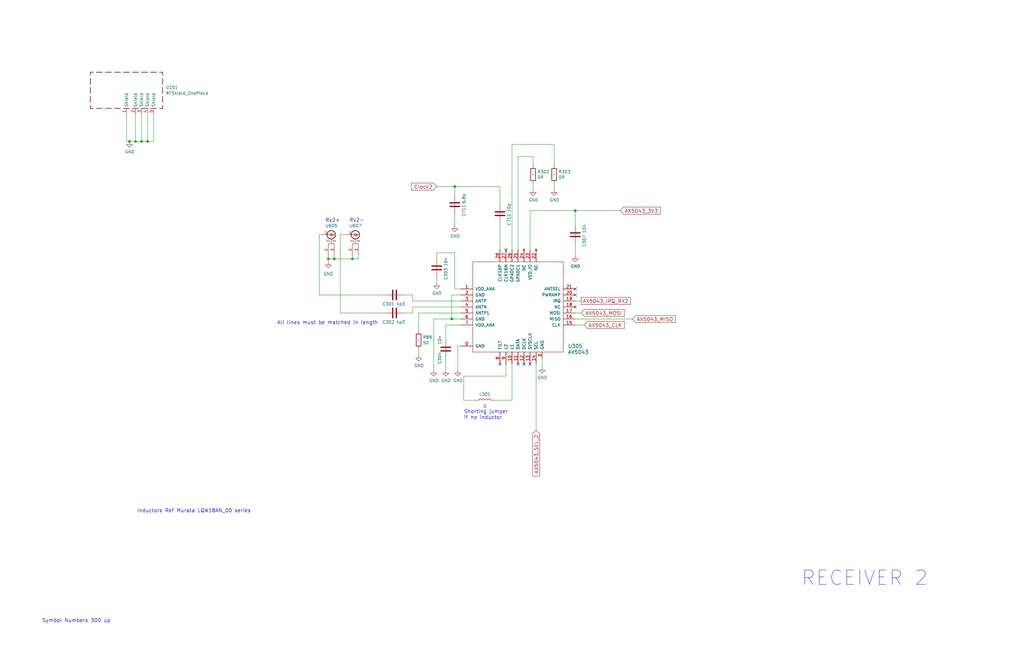
<source format=kicad_sch>
(kicad_sch (version 20230121) (generator eeschema)
  (paper "USLedger")
  (title_block (title "Radiation Tolerant PacSat Communication") (date "2023-06-17") (rev "A") (company "AMSAT-NA") (comment 1 "N5BRG"))
  (lib_symbols
    (symbol "Device:C" (pin_numbers hide) (pin_names (offset 0.254))
      (property "Reference" "C" (at 0.635 2.54 0))
      (property "Value" "C" (at 0.635 -2.54 0))
      (symbol "C_0_1"
        (polyline (pts (xy -2.032 -0.762) (xy 2.032 -0.762)) (stroke (width 0.508)))
        (polyline (pts (xy -2.032 0.762) (xy 2.032 0.762)) (stroke (width 0.508)))
      )
      (symbol "C_1_1"
        (pin passive line (at 0 3.81 270) (length 2.794) (name "~") (number "1"))
        (pin passive line (at 0 -3.81 90) (length 2.794) (name "~") (number "2"))
      )
    )
    (symbol "Device:L" (pin_numbers hide) (pin_names (offset 1.016) hide)
      (property "Reference" "L" (at -1.27 0 90))
      (property "Value" "L" (at 1.905 0 90))
      (symbol "L_0_1"
        (arc (start 0 -2.54) (mid 0.6323 -1.905) (end 0 -1.27))
        (arc (start 0 -1.27) (mid 0.6323 -0.635) (end 0 0))
        (arc (start 0 0) (mid 0.6323 0.635) (end 0 1.27))
        (arc (start 0 1.27) (mid 0.6323 1.905) (end 0 2.54))
      )
      (symbol "L_1_1"
        (pin passive line (at 0 3.81 270) (length 1.27) (name "1") (number "1"))
        (pin passive line (at 0 -3.81 90) (length 1.27) (name "2") (number "2"))
      )
    )
    (symbol "Device:R" (pin_numbers hide) (pin_names (offset 0))
      (property "Reference" "R" (at 2.032 0 90))
      (property "Value" "R" (at 0 0 90))
      (symbol "R_0_1"
        (rectangle (start -1.016 -2.54) (end 1.016 2.54) (stroke (width 0.254)))
      )
      (symbol "R_1_1"
        (pin passive line (at 0 3.81 270) (length 1.27) (name "~") (number "1"))
        (pin passive line (at 0 -3.81 90) (length 1.27) (name "~") (number "2"))
      )
    )
    (symbol "PACSAT_DEV_misc:AX5043" (pin_names (offset 1.016))
      (property "Reference" "U156" (at 16.51 -21.59 0))
      (property "Value" "AX5043" (at -5.08 0 0))
      (symbol "AX5043_0_1"
        (rectangle (start -19.05 19.05) (end 19.05 -19.05))
      )
      (symbol "AX5043_1_1"
        (pin passive line (at -24.13 -16.51 0) (length 5.08) (name "GND") (number "0"))
        (pin power_in line (at 10.16 -21.59 90) (length 2.54) (name "GND") (number "0"))
        (pin passive line (at -24.13 7.62 0) (length 5.08) (name "VDD_ANA") (number "1"))
        (pin passive line (at -2.54 -24.13 90) (length 5.08) (name "L1") (number "10"))
        (pin input line (at 0 -24.13 90) (length 5.08) (name "DATA") (number "11"))
        (pin input line (at 2.54 -24.13 90) (length 5.08) (name "DCLK") (number "12"))
        (pin output line (at 5.08 -24.13 90) (length 5.08) (name "SYSCLK") (number "13"))
        (pin input line (at 7.62 -24.13 90) (length 5.08) (name "SEL") (number "14"))
        (pin input line (at 24.13 -7.62 180) (length 5.08) (name "CLK") (number "15"))
        (pin tri_state line (at 24.13 -5.08 180) (length 5.08) (name "MISO") (number "16"))
        (pin input line (at 24.13 -2.54 180) (length 5.08) (name "MOSI") (number "17"))
        (pin no_connect line (at 24.13 0 180) (length 5.08) (name "NC") (number "18"))
        (pin output line (at 24.13 2.54 180) (length 5.08) (name "IRQ") (number "19"))
        (pin input line (at -24.13 5.08 0) (length 5.08) (name "GND") (number "2"))
        (pin output line (at 24.13 5.08 180) (length 5.08) (name "PWRAMP") (number "20"))
        (pin output line (at 24.13 7.62 180) (length 5.08) (name "ANTSEL") (number "21"))
        (pin no_connect line (at 7.62 24.13 270) (length 5.08) (name "NC") (number "22"))
        (pin passive line (at 5.08 24.13 270) (length 5.08) (name "VDD_IO") (number "23"))
        (pin no_connect line (at 2.54 24.13 270) (length 5.08) (name "NC") (number "24"))
        (pin input line (at 0 24.13 270) (length 5.08) (name "GPADC1") (number "25"))
        (pin input line (at -2.54 24.13 270) (length 5.08) (name "GPADC2") (number "26"))
        (pin passive line (at -5.08 24.13 270) (length 5.08) (name "CLK16N") (number "27"))
        (pin passive line (at -7.62 24.13 270) (length 5.08) (name "CLK16P") (number "28"))
        (pin bidirectional line (at -24.13 2.54 0) (length 5.08) (name "ANTP") (number "3"))
        (pin bidirectional line (at -24.13 0 0) (length 5.08) (name "ANTN") (number "4"))
        (pin output line (at -24.13 -2.54 0) (length 5.08) (name "ANTP1") (number "5"))
        (pin input line (at -24.13 -5.08 0) (length 5.08) (name "GND") (number "6"))
        (pin passive line (at -24.13 -7.62 0) (length 5.08) (name "VDD_ANA") (number "7"))
        (pin passive line (at -7.62 -24.13 90) (length 5.08) (name "FILT") (number "8"))
        (pin passive line (at -5.08 -24.13 90) (length 5.08) (name "L2") (number "9"))
      )
    )
    (symbol "PACSAT_DEV_misc:RF_SHIELD_BOX"
      (property "Reference" "U" (at -15.24 8.89 0))
      (symbol "RF_SHIELD_BOX_0_1"
        (polyline (pts (xy -16.51 -5.08) (xy -16.51 -2.54)) (stroke (width 0.254)))
        (polyline (pts (xy -16.51 -1.27) (xy -16.51 1.27)) (stroke (width 0.254)))
        (polyline (pts (xy -16.51 2.54) (xy -16.51 5.08)) (stroke (width 0.254)))
        (polyline (pts (xy -13.97 7.62) (xy -11.43 7.62)) (stroke (width 0.254)))
        (polyline (pts (xy -11.43 -7.62) (xy -13.97 -7.62)) (stroke (width 0.254)))
        (polyline (pts (xy -7.62 -7.62) (xy -10.16 -7.62)) (stroke (width 0.254)))
        (polyline (pts (xy -7.62 7.62) (xy -10.16 7.62)) (stroke (width 0.254)))
        (polyline (pts (xy -3.81 -7.62) (xy -6.35 -7.62)) (stroke (width 0.254)))
        (polyline (pts (xy -3.81 7.62) (xy -6.35 7.62)) (stroke (width 0.254)))
        (polyline (pts (xy -2.54 -7.62) (xy 0 -7.62)) (stroke (width 0.254)))
        (polyline (pts (xy 0 7.62) (xy -2.54 7.62)) (stroke (width 0.254)))
        (polyline (pts (xy 1.27 -7.62) (xy 3.81 -7.62)) (stroke (width 0.254)))
        (polyline (pts (xy 3.81 7.62) (xy 1.27 7.62)) (stroke (width 0.254)))
        (polyline (pts (xy 5.08 -7.62) (xy 7.62 -7.62)) (stroke (width 0.254)))
        (polyline (pts (xy 7.62 7.62) (xy 5.08 7.62)) (stroke (width 0.254)))
        (polyline (pts (xy 8.89 -7.62) (xy 11.43 -7.62)) (stroke (width 0.254)))
        (polyline (pts (xy 11.43 7.62) (xy 8.89 7.62)) (stroke (width 0.254)))
        (polyline (pts (xy 13.97 -5.08) (xy 13.97 -2.54)) (stroke (width 0.254)))
        (polyline (pts (xy 13.97 -1.27) (xy 13.97 1.27)) (stroke (width 0.254)))
        (polyline (pts (xy 13.97 2.54) (xy 13.97 5.08)) (stroke (width 0.254)))
        (polyline (pts (xy -16.51 6.35) (xy -16.51 7.62) (xy -15.24 7.62)) (stroke (width 0.254)))
        (polyline (pts (xy -15.24 -7.62) (xy -16.51 -7.62) (xy -16.51 -6.35)) (stroke (width 0.254)))
        (polyline (pts (xy 12.7 -7.62) (xy 13.97 -7.62) (xy 13.97 -6.35)) (stroke (width 0.254)))
        (polyline (pts (xy 13.97 6.35) (xy 13.97 7.62) (xy 12.7 7.62)) (stroke (width 0.254)))
      )
      (symbol "RF_SHIELD_BOX_1_1"
        (pin power_in line (at -1.27 -10.16 90) (length 2.54) (name "Shield") (number "1"))
        (pin power_in line (at 2.54 -10.16 90) (length 2.54) (name "Shield") (number "2"))
        (pin power_in line (at 5.08 -10.16 90) (length 2.54) (name "Shield") (number "3"))
        (pin power_in line (at 7.62 -10.16 90) (length 2.54) (name "Shield") (number "4"))
        (pin power_in line (at 10.16 -10.16 90) (length 2.54) (name "Shield") (number "5"))
      )
    )
    (symbol "PACSAT_DEV_misc:U_FL"
      (property "Reference" "U" (at -3.81 2.54 0))
      (symbol "U_FL_0_1"
        (polyline (pts (xy -1.27 -3.81) (xy 1.27 -3.81)))
        (polyline (pts (xy 0 -3.81) (xy 0 -1.778)))
        (circle (center 0 0) (radius 0.508) (stroke (width 0.2032)))
        (circle (center 0 0) (radius 1.778) (stroke (width 0.3048)))
      )
      (symbol "U_FL_1_1"
        (pin bidirectional line (at -3.81 0 0) (length 3.302) (name "In") (number "1"))
        (pin power_in line (at -1.27 -8.89 90) (length 5.08) (name "2") (number "2"))
        (pin power_in line (at 1.27 -8.89 90) (length 5.08) (name "3") (number "3"))
      )
    )
    (symbol "power:GND" (power) (pin_names (offset 0))
      (property "Value" "GND" (at 0 -3.81 0))
      (symbol "GND_0_1"
        (polyline (pts (xy 0 0) (xy 0 -1.27) (xy 1.27 -1.27) (xy 0 -2.54) (xy -1.27 -1.27) (xy 0 -1.27)))
      )
      (symbol "GND_1_1"
        (pin power_in line (at 0 0 270) (length 0) hide (name "GND") (number "1"))
      )
    )
  )
  (junction (at 140.97 109.22))
  (junction (at 57.15 59.69))
  (junction (at 190.5 134.62))
  (junction (at 148.59 109.22))
  (junction (at 138.43 109.22))
  (junction (at 59.69 59.69))
  (junction (at 62.23 59.69))
  (junction (at 191.77 78.74))
  (junction (at 54.61 59.69))
  (junction (at 242.57 88.9))
  (no_connect (at 220.98 153.67))
  (no_connect (at 210.82 153.67))
  (no_connect (at 213.36 105.41))
  (no_connect (at 242.57 121.92))
  (no_connect (at 223.52 153.67))
  (no_connect (at 218.44 153.67))
  (no_connect (at 242.57 124.46))
  (wire (pts (xy 218.44 66.04) (xy 224.79 66.04)))
  (wire (pts (xy 191.77 106.68) (xy 184.15 106.68)))
  (wire (pts (xy 190.5 134.62) (xy 194.31 134.62)))
  (wire (pts (xy 143.51 132.08) (xy 162.56 132.08)))
  (wire (pts (xy 242.57 88.9) (xy 261.62 88.9)))
  (wire (pts (xy 176.53 132.08) (xy 194.31 132.08)))
  (wire (pts (xy 233.68 60.96) (xy 233.68 69.85)))
  (wire (pts (xy 53.34 48.26) (xy 53.34 59.69)))
  (wire (pts (xy 191.77 78.74) (xy 191.77 82.55)))
  (wire (pts (xy 208.28 168.91) (xy 215.9 168.91)))
  (wire (pts (xy 138.43 109.22) (xy 140.97 109.22)))
  (wire (pts (xy 140.97 109.22) (xy 148.59 109.22)))
  (wire (pts (xy 191.77 121.92) (xy 191.77 106.68)))
  (wire (pts (xy 210.82 78.74) (xy 191.77 78.74)))
  (wire (pts (xy 140.97 107.95) (xy 140.97 109.22)))
  (wire (pts (xy 59.69 59.69) (xy 62.23 59.69)))
  (wire (pts (xy 213.36 158.75) (xy 195.58 158.75)))
  (wire (pts (xy 184.15 106.68) (xy 184.15 109.22)))
  (wire (pts (xy 242.57 95.25) (xy 242.57 88.9)))
  (wire (pts (xy 184.15 116.84) (xy 184.15 119.38)))
  (wire (pts (xy 173.99 132.08) (xy 173.99 129.54)))
  (wire (pts (xy 143.51 99.06) (xy 143.51 132.08)))
  (wire (pts (xy 57.15 59.69) (xy 59.69 59.69)))
  (wire (pts (xy 57.15 48.26) (xy 57.15 59.69)))
  (wire (pts (xy 218.44 66.04) (xy 218.44 105.41)))
  (wire (pts (xy 138.43 109.22) (xy 138.43 110.49)))
  (wire (pts (xy 182.88 134.62) (xy 190.5 134.62)))
  (wire (pts (xy 215.9 153.67) (xy 215.9 168.91)))
  (wire (pts (xy 62.23 59.69) (xy 64.77 59.69)))
  (wire (pts (xy 193.04 146.05) (xy 193.04 156.21)))
  (wire (pts (xy 195.58 158.75) (xy 195.58 168.91)))
  (wire (pts (xy 194.31 124.46) (xy 190.5 124.46)))
  (wire (pts (xy 223.52 88.9) (xy 242.57 88.9)))
  (wire (pts (xy 233.68 77.47) (xy 233.68 80.01)))
  (wire (pts (xy 242.57 127) (xy 245.11 127)))
  (wire (pts (xy 135.89 99.06) (xy 134.62 99.06)))
  (wire (pts (xy 242.57 132.08) (xy 245.11 132.08)))
  (wire (pts (xy 226.06 153.67) (xy 226.06 181.61)))
  (wire (pts (xy 224.79 77.47) (xy 224.79 80.01)))
  (wire (pts (xy 173.99 127) (xy 194.31 127)))
  (wire (pts (xy 210.82 78.74) (xy 210.82 86.36)))
  (wire (pts (xy 134.62 99.06) (xy 134.62 124.46)))
  (wire (pts (xy 242.57 102.87) (xy 242.57 107.95)))
  (wire (pts (xy 54.61 59.69) (xy 57.15 59.69)))
  (wire (pts (xy 187.96 137.16) (xy 187.96 143.51)))
  (wire (pts (xy 148.59 107.95) (xy 148.59 109.22)))
  (wire (pts (xy 194.31 146.05) (xy 193.04 146.05)))
  (wire (pts (xy 215.9 60.96) (xy 233.68 60.96)))
  (wire (pts (xy 223.52 105.41) (xy 223.52 88.9)))
  (wire (pts (xy 62.23 48.26) (xy 62.23 59.69)))
  (wire (pts (xy 194.31 121.92) (xy 191.77 121.92)))
  (wire (pts (xy 138.43 107.95) (xy 138.43 109.22)))
  (wire (pts (xy 170.18 132.08) (xy 173.99 132.08)))
  (wire (pts (xy 170.18 124.46) (xy 173.99 124.46)))
  (wire (pts (xy 146.05 99.06) (xy 143.51 99.06)))
  (wire (pts (xy 182.88 156.21) (xy 182.88 134.62)))
  (wire (pts (xy 195.58 168.91) (xy 200.66 168.91)))
  (wire (pts (xy 173.99 124.46) (xy 173.99 127)))
  (wire (pts (xy 148.59 109.22) (xy 151.13 109.22)))
  (wire (pts (xy 134.62 124.46) (xy 162.56 124.46)))
  (wire (pts (xy 242.57 137.16) (xy 246.38 137.16)))
  (wire (pts (xy 242.57 134.62) (xy 266.7 134.62)))
  (wire (pts (xy 151.13 107.95) (xy 151.13 109.22)))
  (wire (pts (xy 228.6 151.13) (xy 228.6 154.94)))
  (wire (pts (xy 59.69 48.26) (xy 59.69 59.69)))
  (wire (pts (xy 215.9 60.96) (xy 215.9 105.41)))
  (wire (pts (xy 210.82 93.98) (xy 210.82 105.41)))
  (wire (pts (xy 176.53 132.08) (xy 176.53 139.7)))
  (wire (pts (xy 64.77 48.26) (xy 64.77 59.69)))
  (wire (pts (xy 173.99 129.54) (xy 194.31 129.54)))
  (wire (pts (xy 194.31 137.16) (xy 187.96 137.16)))
  (wire (pts (xy 53.34 59.69) (xy 54.61 59.69)))
  (wire (pts (xy 187.96 151.13) (xy 187.96 156.21)))
  (wire (pts (xy 190.5 124.46) (xy 190.5 134.62)))
  (wire (pts (xy 191.77 90.17) (xy 191.77 95.25)))
  (wire (pts (xy 184.15 78.74) (xy 191.77 78.74)))
  (wire (pts (xy 213.36 153.67) (xy 213.36 158.75)))
  (wire (pts (xy 224.79 66.04) (xy 224.79 69.85)))
  (wire (pts (xy 176.53 147.32) (xy 176.53 149.86)))
  (text "Inductors Ref Murata LQW18AN_00 series" (at 57.785 216.535 0) (effects (font (size 1.524 1.524)) (justify left bottom)))
  (text "Rx2-" (at 147.32 93.98 0) (effects (font (size 1.524 1.524)) (justify left bottom)))
  (text "All lines must be matched in length" (at 116.84 137.16 0) (effects (font (size 1.524 1.524)) (justify left bottom)))
  (text "Rx2+" (at 137.16 93.98 0) (effects (font (size 1.524 1.524)) (justify left bottom)))
  (text "Symbol Numbers 300 up" (at 17.78 262.89 0) (effects (font (size 1.524 1.524)) (justify left bottom)))
  (text "Shorting jumper\nif no inductor" (at 195.58 177.165 0) (effects (font (size 1.524 1.524)) (justify left bottom)))
  (text "RECEIVER 2" (at 337.82 247.65 0) (effects (font (size 6.096 6.096)) (justify left bottom)))
  (global_label "AX5043_MISO" (shape input) (at 266.7 134.62 0) (effects (font (size 1.524 1.524))) (property "Intersheetrefs" "${INTERSHEET_REFS}" (effects hide)))
  (global_label "Clock2" (shape input) (at 184.15 78.74 180) (effects (font (size 1.524 1.524))) (property "Intersheetrefs" "${INTERSHEET_REFS}" (effects hide)))
  (global_label "AX5043_SEL_2" (shape input) (at 226.06 181.61 270) (effects (font (size 1.524 1.524))) (property "Intersheetrefs" "${INTERSHEET_REFS}" (effects hide)))
  (global_label "AX5043_3V3" (shape input) (at 261.62 88.9 0) (effects (font (size 1.524 1.524))) (property "Intersheetrefs" "${INTERSHEET_REFS}" (effects hide)))
  (global_label "AX5043_IRQ_RX2" (shape passive) (at 245.11 127 0) (effects (font (size 1.524 1.524))) (property "Intersheetrefs" "${INTERSHEET_REFS}" (effects hide)))
  (global_label "AX5043_CLK" (shape input) (at 246.38 137.16 0) (effects (font (size 1.524 1.524))) (property "Intersheetrefs" "${INTERSHEET_REFS}" (effects hide)))
  (global_label "AX5043_MOSI" (shape input) (at 245.11 132.08 0) (effects (font (size 1.524 1.524))) (property "Intersheetrefs" "${INTERSHEET_REFS}" (effects hide)))
  (symbol (lib_id "Device:C") (at 210.82 90.17 0) (unit 1)
    (property "Reference" "C712" (at 214.63 92.71 90))
    (property "Value" "10p" (at 214.63 87.63 90))
    (property "Footprint" "Capacitor_SMD:C_0603_1608Metric_Pad1.08x0.95mm_HandSolder" (effects hide))
    (property "Datasheet" "~" (at 210.82 90.17 0))
    (instances (project "PacSat_Dev_RevC_230824" (path "" (reference "C712") (unit 1)) (path "" (reference "C306") (unit 1))))
  )
  (symbol (lib_id "power:GND") (at 228.6 154.94 0) (unit 1)
    (property "Reference" "#PWR0191" (effects hide))
    (property "Value" "GND" (at 228.727 159.3342 0))
    (instances (project "PacSat_Dev_RevC_230824" (path "" (reference "#PWR0191") (unit 1)) (path "" (reference "#PWR0310") (unit 1))))
  )
  (symbol (lib_id "Device:R") (at 233.68 73.66 0) (unit 1)
    (property "Reference" "R303" (at 235.458 72.4916 0) (effects (justify left)))
    (property "Value" "0R" (at 235.458 74.803 0) (effects (justify left)))
    (property "Footprint" "Resistor_SMD:R_0603_1608Metric_Pad0.98x0.95mm_HandSolder" (effects hide))
    (property "Datasheet" "~" (at 233.68 73.66 0))
  )
  (symbol (lib_id "power:GND") (at 182.88 156.21 0) (unit 1)
    (property "Reference" "#PWR0304" (effects hide))
    (property "Value" "GND" (at 183.007 160.6042 0))
  )
  (symbol (lib_id "PACSAT_DEV_misc:RF_SHIELD_BOX") (at 54.61 38.1 0) (unit 1)
    (property "Reference" "U151" (at 69.85 36.83 0) (effects (justify left)))
    (property "Value" "RFShield_OnePiece" (at 69.85 39.37 0) (effects (justify left)))
    (property "Footprint" "PacSatDev_misc:RF_SHIELD_BMI_S_201_F_U301" (effects hide))
    (instances (project "PacSat_Dev_RevC_230824" (path "" (reference "U151") (unit 1)) (path "" (reference "U301") (unit 1))))
  )
  (symbol (lib_id "power:GND") (at 54.61 59.69 0) (unit 1)
    (property "Reference" "#PWR0161" (effects hide))
    (property "Value" "GND" (at 54.737 64.0842 0))
    (instances (project "PacSat_Dev_RevC_230824" (path "" (reference "#PWR0161") (unit 1)) (path "" (reference "#PWR0618") (unit 1))))
  )
  (symbol (lib_id "Device:C") (at 191.77 86.36 0) (unit 1)
    (property "Reference" "C711" (at 195.58 88.9 90))
    (property "Value" "6.8p" (at 195.58 83.82 90))
    (property "Footprint" "Capacitor_SMD:C_0603_1608Metric_Pad1.08x0.95mm_HandSolder" (effects hide))
    (property "Datasheet" "~" (at 191.77 86.36 0))
    (instances (project "PacSat_Dev_RevC_230824" (path "" (reference "C711") (unit 1)) (path "" (reference "C305") (unit 1))))
  )
  (symbol (lib_id "Device:C") (at 184.15 113.03 0) (unit 1)
    (property "Reference" "C303" (at 187.96 115.57 90))
    (property "Value" "10n" (at 187.96 110.49 90))
    (property "Footprint" "Capacitor_SMD:C_0603_1608Metric_Pad1.08x0.95mm_HandSolder" (effects hide))
    (property "Datasheet" "~" (at 184.15 113.03 0))
  )
  (symbol (lib_id "Device:C") (at 187.96 147.32 0) (unit 1)
    (property "Reference" "C304" (at 185.42 151.13 90))
    (property "Value" "10n" (at 185.42 143.51 90))
    (property "Footprint" "Capacitor_SMD:C_0603_1608Metric_Pad1.08x0.95mm_HandSolder" (effects hide))
    (property "Datasheet" "~" (at 187.96 147.32 0))
  )
  (symbol (lib_id "Device:C") (at 242.57 99.06 0) (unit 1)
    (property "Reference" "C307" (at 246.38 101.6 90))
    (property "Value" "10n" (at 246.38 96.52 90))
    (property "Footprint" "Capacitor_SMD:C_0603_1608Metric_Pad1.08x0.95mm_HandSolder" (effects hide))
    (property "Datasheet" "~" (at 242.57 99.06 0))
  )
  (symbol (lib_id "PACSAT_DEV_misc:U_FL") (at 149.86 99.06 0) (unit 1)
    (property "Reference" "U607" (at 147.32 95.25 0) (effects (justify left)))
    (property "Value" "~" (at 149.86 99.06 0))
    (property "Footprint" "PacSatDev_misc:U_FL" (effects hide))
    (instances (project "PacSat_Dev_RevC_230824" (path "" (reference "U607") (unit 1)) (path "" (reference "U306") (unit 1))))
  )
  (symbol (lib_id "power:GND") (at 224.79 80.01 0) (unit 1)
    (property "Reference" "#PWR0309" (effects hide))
    (property "Value" "GND" (at 224.917 84.4042 0))
  )
  (symbol (lib_id "power:GND") (at 193.04 156.21 0) (unit 1)
    (property "Reference" "#PWR0308" (effects hide))
    (property "Value" "GND" (at 193.167 160.6042 0))
  )
  (symbol (lib_id "power:GND") (at 191.77 95.25 0) (unit 1)
    (property "Reference" "#PWR0735" (effects hide))
    (property "Value" "GND" (at 191.897 99.6442 0))
    (instances (project "PacSat_Dev_RevC_230824" (path "" (reference "#PWR0735") (unit 1)) (path "" (reference "#PWR0307") (unit 1))))
  )
  (symbol (lib_id "power:GND") (at 242.57 107.95 0) (unit 1)
    (property "Reference" "#PWR0312" (effects hide))
    (property "Value" "GND" (at 242.697 112.3442 0))
  )
  (symbol (lib_id "Device:C") (at 166.37 124.46 270) (unit 1)
    (property "Reference" "C301" (at 163.83 128.27 90))
    (property "Value" "4p3" (at 168.91 128.27 90))
    (property "Footprint" "Capacitor_SMD:C_0603_1608Metric_Pad1.08x0.95mm_HandSolder" (effects hide))
    (property "Datasheet" "~" (at 166.37 124.46 0))
  )
  (symbol (lib_id "PACSAT_DEV_misc:AX5043") (at 218.44 129.54 0) (unit 1)
    (property "Reference" "U305" (at 242.57 146.05 0) (effects (font (size 1.524 1.524))))
    (property "Value" "AX5043" (at 243.84 148.59 0) (effects (font (size 1.524 1.524))))
    (property "Footprint" "PacSatDev_onsemi:QFN28" (effects hide))
  )
  (symbol (lib_id "power:GND") (at 233.68 80.01 0) (unit 1)
    (property "Reference" "#PWR0311" (effects hide))
    (property "Value" "GND" (at 233.807 84.4042 0))
  )
  (symbol (lib_id "PACSAT_DEV_misc:U_FL") (at 139.7 99.06 0) (unit 1)
    (property "Reference" "U605" (at 137.16 95.25 0) (effects (justify left)))
    (property "Value" "~" (at 139.7 99.06 0))
    (property "Footprint" "PacSatDev_misc:U_FL" (effects hide))
    (instances (project "PacSat_Dev_RevC_230824" (path "" (reference "U605") (unit 1)) (path "" (reference "U307") (unit 1))))
  )
  (symbol (lib_id "Device:C") (at 166.37 132.08 270) (unit 1)
    (property "Reference" "C302" (at 163.83 135.89 90))
    (property "Value" "4p3" (at 168.91 135.89 90))
    (property "Footprint" "Capacitor_SMD:C_0603_1608Metric_Pad1.08x0.95mm_HandSolder" (effects hide))
    (property "Datasheet" "~" (at 166.37 132.08 0))
  )
  (symbol (lib_id "power:GND") (at 176.53 149.86 0) (unit 1)
    (property "Reference" "#PWR0191" (effects hide))
    (property "Value" "GND" (at 176.657 154.2542 0))
    (instances (project "PacSat_Dev_RevC_230824" (path "" (reference "#PWR0191") (unit 1)) (path "" (reference "#PWR0303") (unit 1))))
  )
  (symbol (lib_id "power:GND") (at 184.15 119.38 0) (unit 1)
    (property "Reference" "#PWR0305" (effects hide))
    (property "Value" "GND" (at 184.277 123.7742 0))
  )
  (symbol (lib_id "power:GND") (at 138.43 110.49 0) (unit 1)
    (property "Reference" "#PWR0614" (effects hide))
    (property "Value" "GND" (at 138.43 115.57 0))
    (instances (project "PacSat_Dev_RevC_230824" (path "" (reference "#PWR0614") (unit 1)) (path "" (reference "#PWR0302") (unit 1))))
  )
  (symbol (lib_id "Device:R") (at 176.53 143.51 0) (unit 1)
    (property "Reference" "R88" (at 178.308 142.3416 0) (effects (justify left)))
    (property "Value" "50" (at 178.308 144.653 0) (effects (justify left)))
    (property "Footprint" "Resistor_SMD:R_0603_1608Metric_Pad0.98x0.95mm_HandSolder" (effects hide))
    (property "Datasheet" "~" (at 176.53 143.51 0))
    (instances (project "PacSat_Dev_RevC_230824" (path "" (reference "R88") (unit 1)) (path "" (reference "R301") (unit 1))))
  )
  (symbol (lib_id "Device:R") (at 224.79 73.66 0) (unit 1)
    (property "Reference" "R302" (at 226.568 72.4916 0) (effects (justify left)))
    (property "Value" "0R" (at 226.568 74.803 0) (effects (justify left)))
    (property "Footprint" "Resistor_SMD:R_0603_1608Metric_Pad0.98x0.95mm_HandSolder" (effects hide))
    (property "Datasheet" "~" (at 224.79 73.66 0))
  )
  (symbol (lib_id "power:GND") (at 187.96 156.21 0) (unit 1)
    (property "Reference" "#PWR0306" (effects hide))
    (property "Value" "GND" (at 188.087 160.6042 0))
  )
  (symbol (lib_id "Device:L") (at 204.47 168.91 90) (unit 1)
    (property "Reference" "L301" (at 204.47 166.37 90))
    (property "Value" "0" (at 204.47 171.45 90))
    (property "Footprint" "amsat_misc:L_Murata_LQH2MCNxxxx02_2.0x1.6mm" (effects hide))
  )
)
</source>
